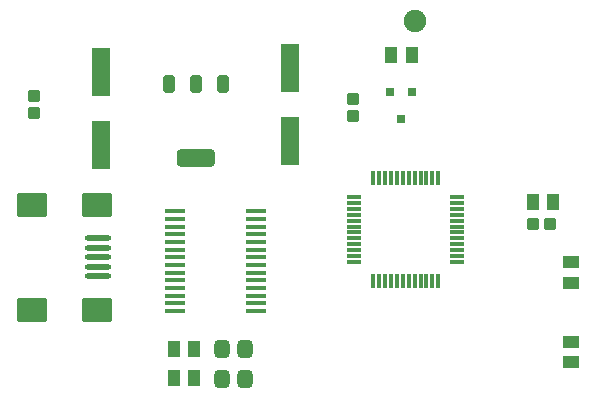
<source format=gtp>
G04*
G04 #@! TF.GenerationSoftware,Altium Limited,Altium Designer,21.0.8 (223)*
G04*
G04 Layer_Color=8421504*
%FSLAX24Y24*%
%MOIN*%
G70*
G04*
G04 #@! TF.SameCoordinates,F91D3ADF-50DC-415E-B976-C9826125F88D*
G04*
G04*
G04 #@! TF.FilePolarity,Positive*
G04*
G01*
G75*
G04:AMPARAMS|DCode=12|XSize=29.9mil|YSize=29.9mil|CornerRadius=3.7mil|HoleSize=0mil|Usage=FLASHONLY|Rotation=180.000|XOffset=0mil|YOffset=0mil|HoleType=Round|Shape=RoundedRectangle|*
%AMROUNDEDRECTD12*
21,1,0.0299,0.0224,0,0,180.0*
21,1,0.0224,0.0299,0,0,180.0*
1,1,0.0075,-0.0112,0.0112*
1,1,0.0075,0.0112,0.0112*
1,1,0.0075,0.0112,-0.0112*
1,1,0.0075,-0.0112,-0.0112*
%
%ADD12ROUNDEDRECTD12*%
G04:AMPARAMS|DCode=13|XSize=37.4mil|YSize=37.4mil|CornerRadius=1.9mil|HoleSize=0mil|Usage=FLASHONLY|Rotation=180.000|XOffset=0mil|YOffset=0mil|HoleType=Round|Shape=RoundedRectangle|*
%AMROUNDEDRECTD13*
21,1,0.0374,0.0337,0,0,180.0*
21,1,0.0337,0.0374,0,0,180.0*
1,1,0.0037,-0.0168,0.0168*
1,1,0.0037,0.0168,0.0168*
1,1,0.0037,0.0168,-0.0168*
1,1,0.0037,-0.0168,-0.0168*
%
%ADD13ROUNDEDRECTD13*%
G04:AMPARAMS|DCode=14|XSize=43.3mil|YSize=55.1mil|CornerRadius=2.2mil|HoleSize=0mil|Usage=FLASHONLY|Rotation=0.000|XOffset=0mil|YOffset=0mil|HoleType=Round|Shape=RoundedRectangle|*
%AMROUNDEDRECTD14*
21,1,0.0433,0.0508,0,0,0.0*
21,1,0.0390,0.0551,0,0,0.0*
1,1,0.0043,0.0195,-0.0254*
1,1,0.0043,-0.0195,-0.0254*
1,1,0.0043,-0.0195,0.0254*
1,1,0.0043,0.0195,0.0254*
%
%ADD14ROUNDEDRECTD14*%
G04:AMPARAMS|DCode=15|XSize=157.5mil|YSize=63mil|CornerRadius=3.2mil|HoleSize=0mil|Usage=FLASHONLY|Rotation=90.000|XOffset=0mil|YOffset=0mil|HoleType=Round|Shape=RoundedRectangle|*
%AMROUNDEDRECTD15*
21,1,0.1575,0.0567,0,0,90.0*
21,1,0.1512,0.0630,0,0,90.0*
1,1,0.0063,0.0283,0.0756*
1,1,0.0063,0.0283,-0.0756*
1,1,0.0063,-0.0283,-0.0756*
1,1,0.0063,-0.0283,0.0756*
%
%ADD15ROUNDEDRECTD15*%
G04:AMPARAMS|DCode=16|XSize=11.8mil|YSize=47.2mil|CornerRadius=0.6mil|HoleSize=0mil|Usage=FLASHONLY|Rotation=180.000|XOffset=0mil|YOffset=0mil|HoleType=Round|Shape=RoundedRectangle|*
%AMROUNDEDRECTD16*
21,1,0.0118,0.0461,0,0,180.0*
21,1,0.0106,0.0472,0,0,180.0*
1,1,0.0012,-0.0053,0.0230*
1,1,0.0012,0.0053,0.0230*
1,1,0.0012,0.0053,-0.0230*
1,1,0.0012,-0.0053,-0.0230*
%
%ADD16ROUNDEDRECTD16*%
G04:AMPARAMS|DCode=17|XSize=11.8mil|YSize=47.2mil|CornerRadius=0.6mil|HoleSize=0mil|Usage=FLASHONLY|Rotation=90.000|XOffset=0mil|YOffset=0mil|HoleType=Round|Shape=RoundedRectangle|*
%AMROUNDEDRECTD17*
21,1,0.0118,0.0461,0,0,90.0*
21,1,0.0106,0.0472,0,0,90.0*
1,1,0.0012,0.0230,0.0053*
1,1,0.0012,0.0230,-0.0053*
1,1,0.0012,-0.0230,-0.0053*
1,1,0.0012,-0.0230,0.0053*
%
%ADD17ROUNDEDRECTD17*%
G04:AMPARAMS|DCode=18|XSize=43.3mil|YSize=55.1mil|CornerRadius=2.2mil|HoleSize=0mil|Usage=FLASHONLY|Rotation=90.000|XOffset=0mil|YOffset=0mil|HoleType=Round|Shape=RoundedRectangle|*
%AMROUNDEDRECTD18*
21,1,0.0433,0.0508,0,0,90.0*
21,1,0.0390,0.0551,0,0,90.0*
1,1,0.0043,0.0254,0.0195*
1,1,0.0043,0.0254,-0.0195*
1,1,0.0043,-0.0254,-0.0195*
1,1,0.0043,-0.0254,0.0195*
%
%ADD18ROUNDEDRECTD18*%
G04:AMPARAMS|DCode=19|XSize=13.8mil|YSize=65mil|CornerRadius=0.7mil|HoleSize=0mil|Usage=FLASHONLY|Rotation=270.000|XOffset=0mil|YOffset=0mil|HoleType=Round|Shape=RoundedRectangle|*
%AMROUNDEDRECTD19*
21,1,0.0138,0.0636,0,0,270.0*
21,1,0.0124,0.0650,0,0,270.0*
1,1,0.0014,-0.0318,-0.0062*
1,1,0.0014,-0.0318,0.0062*
1,1,0.0014,0.0318,0.0062*
1,1,0.0014,0.0318,-0.0062*
%
%ADD19ROUNDEDRECTD19*%
G04:AMPARAMS|DCode=20|XSize=37.4mil|YSize=37.4mil|CornerRadius=1.9mil|HoleSize=0mil|Usage=FLASHONLY|Rotation=90.000|XOffset=0mil|YOffset=0mil|HoleType=Round|Shape=RoundedRectangle|*
%AMROUNDEDRECTD20*
21,1,0.0374,0.0337,0,0,90.0*
21,1,0.0337,0.0374,0,0,90.0*
1,1,0.0037,0.0168,0.0168*
1,1,0.0037,0.0168,-0.0168*
1,1,0.0037,-0.0168,-0.0168*
1,1,0.0037,-0.0168,0.0168*
%
%ADD20ROUNDEDRECTD20*%
%ADD21O,0.0886X0.0197*%
G04:AMPARAMS|DCode=22|XSize=98.4mil|YSize=78.7mil|CornerRadius=3.9mil|HoleSize=0mil|Usage=FLASHONLY|Rotation=180.000|XOffset=0mil|YOffset=0mil|HoleType=Round|Shape=RoundedRectangle|*
%AMROUNDEDRECTD22*
21,1,0.0984,0.0709,0,0,180.0*
21,1,0.0906,0.0787,0,0,180.0*
1,1,0.0079,-0.0453,0.0354*
1,1,0.0079,0.0453,0.0354*
1,1,0.0079,0.0453,-0.0354*
1,1,0.0079,-0.0453,-0.0354*
%
%ADD22ROUNDEDRECTD22*%
G04:AMPARAMS|DCode=23|XSize=59.1mil|YSize=51.2mil|CornerRadius=12.8mil|HoleSize=0mil|Usage=FLASHONLY|Rotation=90.000|XOffset=0mil|YOffset=0mil|HoleType=Round|Shape=RoundedRectangle|*
%AMROUNDEDRECTD23*
21,1,0.0591,0.0256,0,0,90.0*
21,1,0.0335,0.0512,0,0,90.0*
1,1,0.0256,0.0128,0.0167*
1,1,0.0256,0.0128,-0.0167*
1,1,0.0256,-0.0128,-0.0167*
1,1,0.0256,-0.0128,0.0167*
%
%ADD23ROUNDEDRECTD23*%
G04:AMPARAMS|DCode=24|XSize=129.1mil|YSize=59.1mil|CornerRadius=14.8mil|HoleSize=0mil|Usage=FLASHONLY|Rotation=0.000|XOffset=0mil|YOffset=0mil|HoleType=Round|Shape=RoundedRectangle|*
%AMROUNDEDRECTD24*
21,1,0.1291,0.0295,0,0,0.0*
21,1,0.0996,0.0591,0,0,0.0*
1,1,0.0295,0.0498,-0.0148*
1,1,0.0295,-0.0498,-0.0148*
1,1,0.0295,-0.0498,0.0148*
1,1,0.0295,0.0498,0.0148*
%
%ADD24ROUNDEDRECTD24*%
G04:AMPARAMS|DCode=25|XSize=39.4mil|YSize=59.1mil|CornerRadius=9.8mil|HoleSize=0mil|Usage=FLASHONLY|Rotation=0.000|XOffset=0mil|YOffset=0mil|HoleType=Round|Shape=RoundedRectangle|*
%AMROUNDEDRECTD25*
21,1,0.0394,0.0394,0,0,0.0*
21,1,0.0197,0.0591,0,0,0.0*
1,1,0.0197,0.0098,-0.0197*
1,1,0.0197,-0.0098,-0.0197*
1,1,0.0197,-0.0098,0.0197*
1,1,0.0197,0.0098,0.0197*
%
%ADD25ROUNDEDRECTD25*%
%ADD26C,0.0750*%
D12*
X13189Y11979D02*
D03*
X13563Y11077D02*
D03*
X13937Y11979D02*
D03*
D13*
X17961Y7584D02*
D03*
X18531D02*
D03*
D14*
X18650Y8312D02*
D03*
X17961D02*
D03*
X13937Y13201D02*
D03*
X13248D02*
D03*
X5991Y2434D02*
D03*
X6680D02*
D03*
X5996Y3399D02*
D03*
X6685D02*
D03*
D15*
X9882Y10331D02*
D03*
Y12772D02*
D03*
X3563Y12643D02*
D03*
Y10202D02*
D03*
D16*
X14617Y9109D02*
D03*
X14420D02*
D03*
X14223D02*
D03*
X14026D02*
D03*
X13830D02*
D03*
X13633D02*
D03*
X13436D02*
D03*
X13239D02*
D03*
X13042D02*
D03*
X12845D02*
D03*
X12648D02*
D03*
X14814D02*
D03*
Y5683D02*
D03*
X14617D02*
D03*
X14420D02*
D03*
X14223D02*
D03*
X14026D02*
D03*
X13830D02*
D03*
X13633D02*
D03*
X13436D02*
D03*
X13239D02*
D03*
X13042D02*
D03*
X12845D02*
D03*
X12648D02*
D03*
D17*
X12019Y6313D02*
D03*
Y6510D02*
D03*
Y6707D02*
D03*
Y6904D02*
D03*
Y7101D02*
D03*
Y7298D02*
D03*
Y7494D02*
D03*
Y7691D02*
D03*
Y7888D02*
D03*
Y8085D02*
D03*
Y8282D02*
D03*
Y8479D02*
D03*
X15444Y6313D02*
D03*
Y6510D02*
D03*
Y6707D02*
D03*
Y6904D02*
D03*
Y7101D02*
D03*
Y7298D02*
D03*
Y7494D02*
D03*
Y7691D02*
D03*
Y7888D02*
D03*
Y8085D02*
D03*
Y8282D02*
D03*
Y8479D02*
D03*
D18*
X19253Y3661D02*
D03*
Y2972D02*
D03*
Y5610D02*
D03*
Y6299D02*
D03*
D19*
X6051Y4680D02*
D03*
Y4935D02*
D03*
Y5191D02*
D03*
Y5447D02*
D03*
Y5703D02*
D03*
Y5959D02*
D03*
Y6215D02*
D03*
Y6471D02*
D03*
Y6727D02*
D03*
Y6983D02*
D03*
Y7239D02*
D03*
Y7494D02*
D03*
Y7750D02*
D03*
Y8006D02*
D03*
X8751D02*
D03*
Y7750D02*
D03*
Y7494D02*
D03*
Y7239D02*
D03*
Y6983D02*
D03*
Y6727D02*
D03*
Y6471D02*
D03*
Y6215D02*
D03*
Y5959D02*
D03*
Y5703D02*
D03*
Y5447D02*
D03*
Y5191D02*
D03*
Y4935D02*
D03*
Y4680D02*
D03*
D20*
X1347Y11290D02*
D03*
Y11861D02*
D03*
X11977Y11182D02*
D03*
Y11753D02*
D03*
D21*
X3480Y5841D02*
D03*
Y6156D02*
D03*
Y7101D02*
D03*
Y6786D02*
D03*
Y6471D02*
D03*
D22*
X3431Y4719D02*
D03*
X1285D02*
D03*
X3431Y8223D02*
D03*
X1285D02*
D03*
D23*
X8357Y2416D02*
D03*
X7609D02*
D03*
X7615Y3399D02*
D03*
X8363D02*
D03*
D24*
X6749Y9765D02*
D03*
D25*
X5843Y12245D02*
D03*
X6749D02*
D03*
X7654D02*
D03*
D26*
X14046Y14345D02*
D03*
M02*

</source>
